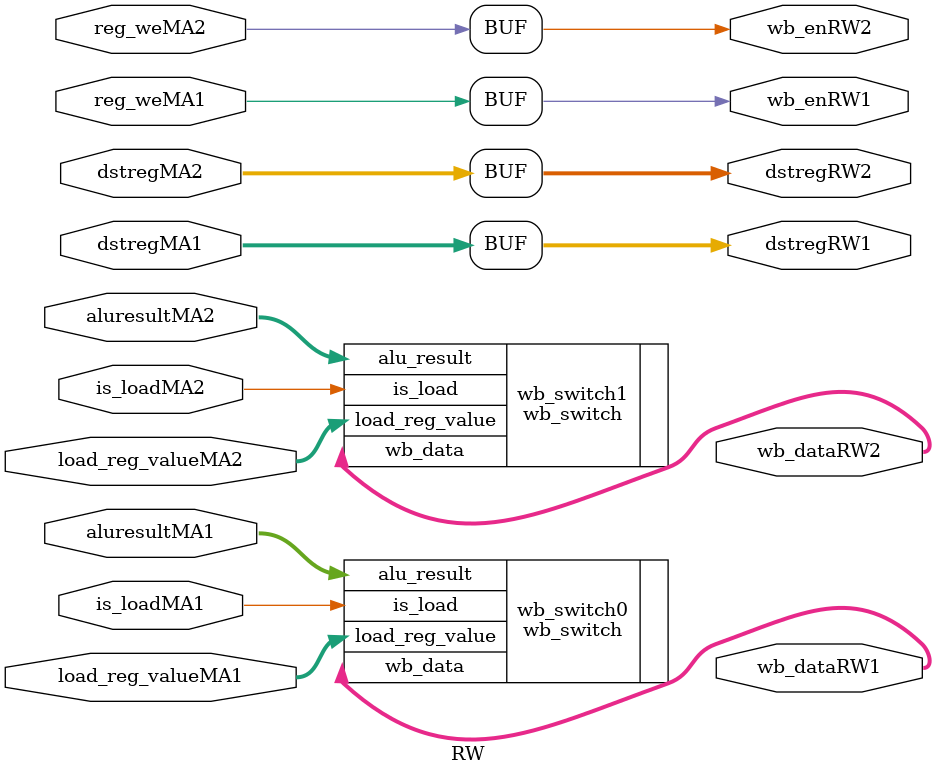
<source format=v>
module RW(
    input wire is_loadMA1,
    input wire is_loadMA2,
    input wire [31:0] aluresultMA1, aluresultMA2,
    input wire [31:0] load_reg_valueMA1, load_reg_valueMA2,
    input wire [4:0] dstregMA1, dstregMA2,
    input wire reg_weMA1, reg_weMA2,
    output wire [31:0] wb_dataRW1, wb_dataRW2,
    output wire [4:0] dstregRW1, dstregRW2,
    output wire wb_enRW1, wb_enRW2
);

wb_switch wb_switch0(
    .is_load(is_loadMA1),
    .load_reg_value(load_reg_valueMA1),
    .alu_result(aluresultMA1),
    .wb_data(wb_dataRW1)
);

wb_switch wb_switch1(
    .is_load(is_loadMA2),
    .load_reg_value(load_reg_valueMA2),
    .alu_result(aluresultMA2),
    .wb_data(wb_dataRW2)
);

assign dstregRW1 = dstregMA1;
assign dstregRW2 = dstregMA2;
assign wb_enRW1 = reg_weMA1;
assign wb_enRW2 = reg_weMA2;

endmodule


</source>
